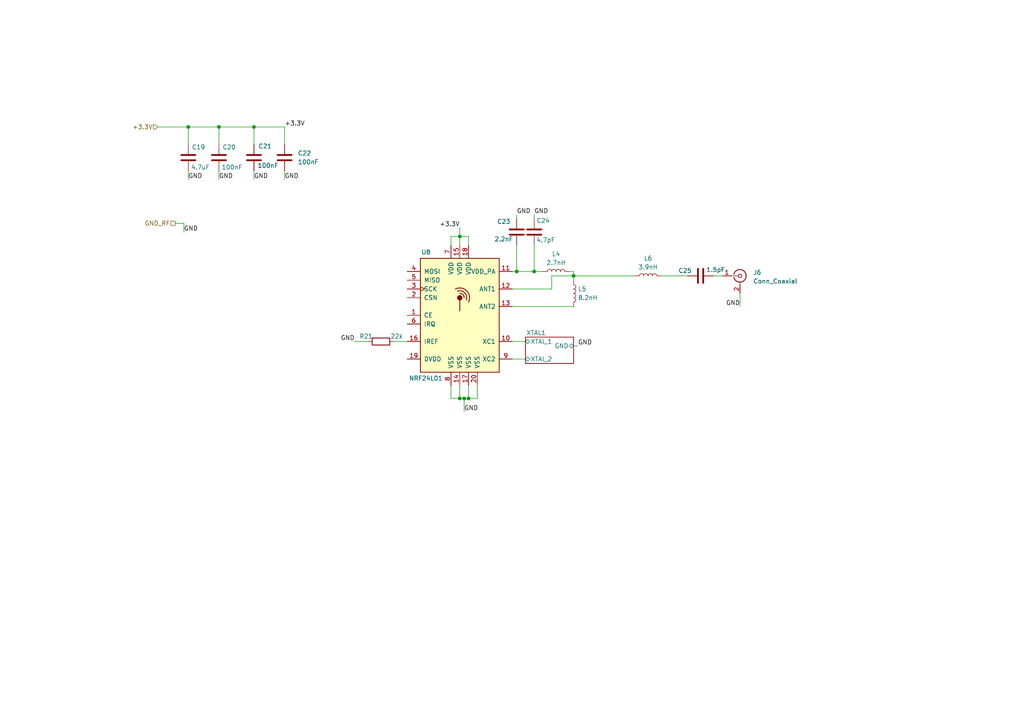
<source format=kicad_sch>
(kicad_sch (version 20231120) (generator "eeschema") (generator_version "8.0")
  (paper "A4")
  (lib_symbols
    (symbol "Connector:Conn_Coaxial" (pin_names (offset 1.016) hide)
      (property "Reference" "J" (at 0.254 3.048 0))
      (property "Value" "Conn_Coaxial" (at 2.921 0 90))
      (symbol "Conn_Coaxial_0_1"
        (arc (start -1.778 -0.508) (mid 0.2311 -1.8066) (end 1.778 0) (stroke (width 0.254)))
        (polyline (pts (xy -2.54 0) (xy -0.508 0)))
        (polyline (pts (xy 0 -2.54) (xy 0 -1.778)))
        (circle (center 0 0) (radius 0.508) (stroke (width 0.2032)))
        (arc (start 1.778 0) (mid 0.2099 1.8101) (end -1.778 0.508) (stroke (width 0.254)))
      )
      (symbol "Conn_Coaxial_1_1"
        (pin passive line (at -5.08 0 0) (length 2.54) (name "In") (number "1"))
        (pin passive line (at 0 -5.08 90) (length 2.54) (name "Ext") (number "2"))
      )
    )
    (symbol "Device:C" (pin_numbers hide) (pin_names (offset 0.254))
      (property "Reference" "C" (at 0.635 2.54 0))
      (property "Value" "C" (at 0.635 -2.54 0))
      (symbol "C_0_1"
        (polyline (pts (xy -2.032 -0.762) (xy 2.032 -0.762)) (stroke (width 0.508)))
        (polyline (pts (xy -2.032 0.762) (xy 2.032 0.762)) (stroke (width 0.508)))
      )
      (symbol "C_1_1"
        (pin passive line (at 0 3.81 270) (length 2.794) (name "~") (number "1"))
        (pin passive line (at 0 -3.81 90) (length 2.794) (name "~") (number "2"))
      )
    )
    (symbol "Device:L" (pin_numbers hide) (pin_names (offset 1.016) hide)
      (property "Reference" "L" (at -1.27 0 90))
      (property "Value" "L" (at 1.905 0 90))
      (symbol "L_0_1"
        (arc (start 0 -2.54) (mid 0.6323 -1.905) (end 0 -1.27))
        (arc (start 0 -1.27) (mid 0.6323 -0.635) (end 0 0))
        (arc (start 0 0) (mid 0.6323 0.635) (end 0 1.27))
        (arc (start 0 1.27) (mid 0.6323 1.905) (end 0 2.54))
      )
      (symbol "L_1_1"
        (pin passive line (at 0 3.81 270) (length 1.27) (name "1") (number "1"))
        (pin passive line (at 0 -3.81 90) (length 1.27) (name "2") (number "2"))
      )
    )
    (symbol "Device:R" (pin_numbers hide) (pin_names (offset 0))
      (property "Reference" "R" (at 2.032 0 90))
      (property "Value" "R" (at 0 0 90))
      (symbol "R_0_1"
        (rectangle (start -1.016 -2.54) (end 1.016 2.54) (stroke (width 0.254)))
      )
      (symbol "R_1_1"
        (pin passive line (at 0 3.81 270) (length 1.27) (name "~") (number "1"))
        (pin passive line (at 0 -3.81 90) (length 1.27) (name "~") (number "2"))
      )
    )
    (symbol "RF:NRF24L01" (pin_names (offset 1.016))
      (property "Reference" "U" (at -11.43 17.78 0))
      (property "Value" "NRF24L01" (at 5.08 17.78 0))
      (symbol "NRF24L01_0_1"
        (rectangle (start -11.43 16.51) (end 11.43 -16.51) (stroke (width 0.254)) (fill (type background)))
        (polyline (pts (xy 0 4.445) (xy 0 1.27)) (stroke (width 0.254)))
        (circle (center 0 5.08) (radius 0.635) (stroke (width 0.254)) (fill (type outline)))
        (arc (start 1.27 5.08) (mid 0.9071 5.9946) (end 0 6.35) (stroke (width 0.254)))
        (arc (start 1.905 4.445) (mid 1.4313 6.5254) (end -0.635 6.985) (stroke (width 0.254)))
        (arc (start 2.54 3.81) (mid 2.008 7.088) (end -1.27 7.62) (stroke (width 0.254)))
        (rectangle (start 11.43 -13.97) (end 11.43 -13.97))
      )
      (symbol "NRF24L01_1_1"
        (pin input line (at -15.24 0 0) (length 3.81) (name "CE") (number "1"))
        (pin passive line (at 15.24 -7.62 180) (length 3.81) (name "XC1") (number "10"))
        (pin power_out line (at 15.24 12.7 180) (length 3.81) (name "VDD_PA") (number "11"))
        (pin passive line (at 15.24 7.62 180) (length 3.81) (name "ANT1") (number "12"))
        (pin passive line (at 15.24 2.54 180) (length 3.81) (name "ANT2") (number "13"))
        (pin power_in line (at 0 -20.32 90) (length 3.81) (name "VSS") (number "14"))
        (pin power_in line (at 0 20.32 270) (length 3.81) (name "VDD") (number "15"))
        (pin passive line (at -15.24 -7.62 0) (length 3.81) (name "IREF") (number "16"))
        (pin power_in line (at 2.54 -20.32 90) (length 3.81) (name "VSS") (number "17"))
        (pin power_in line (at 2.54 20.32 270) (length 3.81) (name "VDD") (number "18"))
        (pin power_out line (at -15.24 -12.7 0) (length 3.81) (name "DVDD") (number "19"))
        (pin input line (at -15.24 5.08 0) (length 3.81) (name "CSN") (number "2"))
        (pin power_in line (at 5.08 -20.32 90) (length 3.81) (name "VSS") (number "20"))
        (pin input clock (at -15.24 7.62 0) (length 3.81) (name "SCK") (number "3"))
        (pin input line (at -15.24 12.7 0) (length 3.81) (name "MOSI") (number "4"))
        (pin output line (at -15.24 10.16 0) (length 3.81) (name "MISO") (number "5"))
        (pin output line (at -15.24 -2.54 0) (length 3.81) (name "IRQ") (number "6"))
        (pin power_in line (at -2.54 20.32 270) (length 3.81) (name "VDD") (number "7"))
        (pin power_in line (at -2.54 -20.32 90) (length 3.81) (name "VSS") (number "8"))
        (pin passive line (at 15.24 -12.7 180) (length 3.81) (name "XC2") (number "9"))
      )
    )
  )
  (junction (at 134.62 115.57))
  (junction (at 63.5 36.83))
  (junction (at 133.35 115.57))
  (junction (at 135.89 115.57))
  (junction (at 54.61 36.83))
  (junction (at 166.37 80.01))
  (junction (at 149.86 78.74))
  (junction (at 154.94 78.74))
  (junction (at 73.66 36.83))
  (junction (at 133.35 68.58))
  (wire (pts (xy 149.86 62.23) (xy 149.86 63.5)))
  (wire (pts (xy 130.81 68.58) (xy 133.35 68.58)))
  (wire (pts (xy 166.37 78.74) (xy 166.37 80.01)))
  (wire (pts (xy 154.94 62.23) (xy 154.94 63.5)))
  (wire (pts (xy 82.55 49.53) (xy 82.55 52.07)))
  (wire (pts (xy 63.5 49.53) (xy 63.5 52.07)))
  (wire (pts (xy 53.34 64.77) (xy 53.34 67.31)))
  (wire (pts (xy 45.72 36.83) (xy 54.61 36.83)))
  (wire (pts (xy 133.35 68.58) (xy 133.35 71.12)))
  (wire (pts (xy 50.8 64.77) (xy 53.34 64.77)))
  (wire (pts (xy 207.01 80.01) (xy 209.55 80.01)))
  (wire (pts (xy 82.55 36.83) (xy 82.55 41.91)))
  (wire (pts (xy 63.5 36.83) (xy 73.66 36.83)))
  (wire (pts (xy 73.66 36.83) (xy 82.55 36.83)))
  (wire (pts (xy 54.61 36.83) (xy 54.61 41.91)))
  (wire (pts (xy 138.43 115.57) (xy 135.89 115.57)))
  (wire (pts (xy 130.81 115.57) (xy 133.35 115.57)))
  (wire (pts (xy 130.81 111.76) (xy 130.81 115.57)))
  (wire (pts (xy 54.61 49.53) (xy 54.61 52.07)))
  (wire (pts (xy 102.87 99.06) (xy 106.68 99.06)))
  (wire (pts (xy 133.35 111.76) (xy 133.35 115.57)))
  (wire (pts (xy 149.86 78.74) (xy 154.94 78.74)))
  (wire (pts (xy 160.02 80.01) (xy 166.37 80.01)))
  (wire (pts (xy 166.37 100.33) (xy 167.64 100.33)))
  (wire (pts (xy 54.61 36.83) (xy 63.5 36.83)))
  (wire (pts (xy 130.81 71.12) (xy 130.81 68.58)))
  (wire (pts (xy 135.89 68.58) (xy 133.35 68.58)))
  (wire (pts (xy 149.86 71.12) (xy 149.86 78.74)))
  (wire (pts (xy 148.59 83.82) (xy 160.02 83.82)))
  (wire (pts (xy 160.02 83.82) (xy 160.02 80.01)))
  (wire (pts (xy 114.3 99.06) (xy 118.11 99.06)))
  (wire (pts (xy 135.89 115.57) (xy 134.62 115.57)))
  (wire (pts (xy 148.59 88.9) (xy 166.37 88.9)))
  (wire (pts (xy 63.5 36.83) (xy 63.5 41.91)))
  (wire (pts (xy 73.66 49.53) (xy 73.66 52.07)))
  (wire (pts (xy 134.62 115.57) (xy 134.62 119.38)))
  (wire (pts (xy 154.94 71.12) (xy 154.94 78.74)))
  (wire (pts (xy 148.59 104.14) (xy 152.4 104.14)))
  (wire (pts (xy 138.43 111.76) (xy 138.43 115.57)))
  (wire (pts (xy 73.66 36.83) (xy 73.66 41.91)))
  (wire (pts (xy 135.89 111.76) (xy 135.89 115.57)))
  (wire (pts (xy 148.59 78.74) (xy 149.86 78.74)))
  (wire (pts (xy 148.59 99.06) (xy 152.4 99.06)))
  (wire (pts (xy 191.77 80.01) (xy 199.39 80.01)))
  (wire (pts (xy 135.89 71.12) (xy 135.89 68.58)))
  (wire (pts (xy 166.37 80.01) (xy 166.37 81.28)))
  (wire (pts (xy 214.63 85.09) (xy 214.63 88.9)))
  (wire (pts (xy 133.35 115.57) (xy 134.62 115.57)))
  (wire (pts (xy 154.94 78.74) (xy 157.48 78.74)))
  (wire (pts (xy 166.37 80.01) (xy 184.15 80.01)))
  (wire (pts (xy 165.1 78.74) (xy 166.37 78.74)))
  (wire (pts (xy 133.35 66.04) (xy 133.35 68.58)))
  (label "+3.3V" (at 133.35 66.04 180))
  (label "+3.3V" (at 82.55 36.83 0))
  (label "GND" (at 102.87 99.06 180))
  (label "GND" (at 154.94 62.23 0))
  (label "GND" (at 149.86 62.23 0))
  (label "GND" (at 53.34 67.31 0))
  (label "GND" (at 54.61 52.07 0))
  (label "GND" (at 134.62 119.38 0))
  (label "GND" (at 167.64 100.33 0))
  (label "GND" (at 73.66 52.07 0))
  (label "GND" (at 82.55 52.07 0))
  (label "GND" (at 63.5 52.07 0))
  (label "GND" (at 214.63 88.9 180))
  (hierarchical_label "+3.3V" (shape input) (at 45.72 36.83 180))
  (hierarchical_label "GND_RF" (shape passive) (at 50.8 64.77 180))
  (symbol (lib_id "Device:C") (at 82.55 45.72 0) (unit 1)
    (property "Reference" "C22" (at 86.36 44.4499 0) (effects (justify left)))
    (property "Value" "100nF" (at 86.36 46.9899 0) (effects (justify left)))
    (property "Footprint" "Capacitor_SMD:C_0603_1608Metric" (effects (hide yes)))
    (property "Description" "Unpolarized capacitor" (effects (hide yes)))
  )
  (symbol (lib_id "Device:R") (at 110.49 99.06 90) (unit 1)
    (property "Reference" "R21" (at 106.172 97.536 90))
    (property "Value" "22k" (at 115.062 97.536 90))
    (property "Description" "Resistor" (effects (hide yes)))
  )
  (symbol (lib_id "Connector:Conn_Coaxial") (at 214.63 80.01 0) (unit 1)
    (property "Reference" "J6" (at 218.44 79.0331 0) (effects (justify left)))
    (property "Value" "Conn_Coaxial" (at 218.44 81.5731 0) (effects (justify left)))
    (property "Datasheet" " ~" (effects (hide yes)))
    (property "Description" "coaxial connector (BNC, SMA, SMB, SMC, Cinch/RCA, LEMO, ...)" (effects (hide yes)))
  )
  (symbol (lib_id "Device:C") (at 73.66 45.72 0) (unit 1)
    (property "Reference" "C21" (at 74.93 42.418 0) (effects (justify left)))
    (property "Value" "100nF" (at 74.676 48.006 0) (effects (justify left)))
    (property "Footprint" "Capacitor_SMD:C_0603_1608Metric" (effects (hide yes)))
    (property "Description" "Unpolarized capacitor" (effects (hide yes)))
  )
  (symbol (lib_id "Device:C") (at 63.5 45.72 0) (unit 1)
    (property "Reference" "C20" (at 64.516 42.672 0) (effects (justify left)))
    (property "Value" "100nF" (at 64.262 48.514 0) (effects (justify left)))
    (property "Footprint" "Capacitor_SMD:C_0603_1608Metric" (effects (hide yes)))
    (property "Description" "Unpolarized capacitor" (effects (hide yes)))
  )
  (symbol (lib_id "Device:L") (at 161.29 78.74 90) (unit 1)
    (property "Reference" "L4" (at 161.29 73.66 90))
    (property "Value" "2.7nH" (at 161.29 76.2 90))
    (property "Description" "Inductor" (effects (hide yes)))
  )
  (symbol (lib_id "Device:C") (at 154.94 67.31 180) (unit 1)
    (property "Reference" "C24" (at 159.512 64.008 0) (effects (justify left)))
    (property "Value" "4.7pF" (at 161.036 69.596 0) (effects (justify left)))
    (property "Footprint" "Capacitor_SMD:C_0603_1608Metric" (effects (hide yes)))
    (property "Description" "Unpolarized capacitor" (effects (hide yes)))
  )
  (symbol (lib_id "RF:NRF24L01") (at 133.35 91.44 0) (unit 1)
    (property "Reference" "U8" (at 122.174 73.152 0) (effects (justify left)))
    (property "Value" "NRF24L01" (at 118.618 109.728 0) (effects (justify left)))
    (property "Footprint" "Package_DFN_QFN:QFN-20-1EP_4x4mm_P0.5mm_EP2.5x2.5mm" (effects (hide yes)))
    (property "Datasheet" "http://www.nordicsemi.com/eng/content/download/2730/34105/file/nRF24L01_Product_Specification_v2_0.pdf" (effects (hide yes)))
    (property "Description" "Ultra low power 2.4GHz RF Transceiver, QFN-20" (effects (hide yes)))
  )
  (symbol (lib_id "Device:L") (at 166.37 85.09 0) (unit 1)
    (property "Reference" "L5" (at 167.64 83.8199 0) (effects (justify left)))
    (property "Value" "8.2nH" (at 167.64 86.3599 0) (effects (justify left)))
    (property "Description" "Inductor" (effects (hide yes)))
  )
  (symbol (lib_id "Device:C") (at 149.86 67.31 180) (unit 1)
    (property "Reference" "C23" (at 148.082 64.262 0) (effects (justify left)))
    (property "Value" "2.2nF" (at 148.844 69.342 0) (effects (justify left)))
    (property "Footprint" "Capacitor_SMD:C_0603_1608Metric" (effects (hide yes)))
    (property "Description" "Unpolarized capacitor" (effects (hide yes)))
  )
  (symbol (lib_id "Device:L") (at 187.96 80.01 90) (unit 1)
    (property "Reference" "L6" (at 187.96 74.93 90))
    (property "Value" "3.9nH" (at 187.96 77.47 90))
    (property "Description" "Inductor" (effects (hide yes)))
  )
  (symbol (lib_id "Device:C") (at 203.2 80.01 90) (unit 1)
    (property "Reference" "C25" (at 200.66 78.486 90) (effects (justify left)))
    (property "Value" "1.5pF" (at 210.312 78.232 90) (effects (justify left)))
    (property "Footprint" "Capacitor_SMD:C_0603_1608Metric" (effects (hide yes)))
    (property "Description" "Unpolarized capacitor" (effects (hide yes)))
  )
  (symbol (lib_id "Device:C") (at 54.61 45.72 0) (unit 1)
    (property "Reference" "C19" (at 55.626 42.672 0) (effects (justify left)))
    (property "Value" "4.7uF" (at 55.372 48.514 0) (effects (justify left)))
    (property "Footprint" "Capacitor_SMD:C_0603_1608Metric" (effects (hide yes)))
    (property "Description" "Unpolarized capacitor" (effects (hide yes)))
  )
  (sheet (at 152.4 97.79) (size 13.97 7.62) (stroke (width 0.1524))
    (property "Sheetname" "XTAL1" (at 152.654 97.282 0) (effects (justify left bottom)))
    (property "Sheetfile" "Modules/Xtal.kicad_sch" (effects (hide yes)))
    (pin "GND" bidirectional (at 166.37 100.33 0))
    (pin "XTAl_1" bidirectional (at 152.4 99.06 180))
    (pin "XTAl_2" bidirectional (at 152.4 104.14 180))
  )
)
</source>
